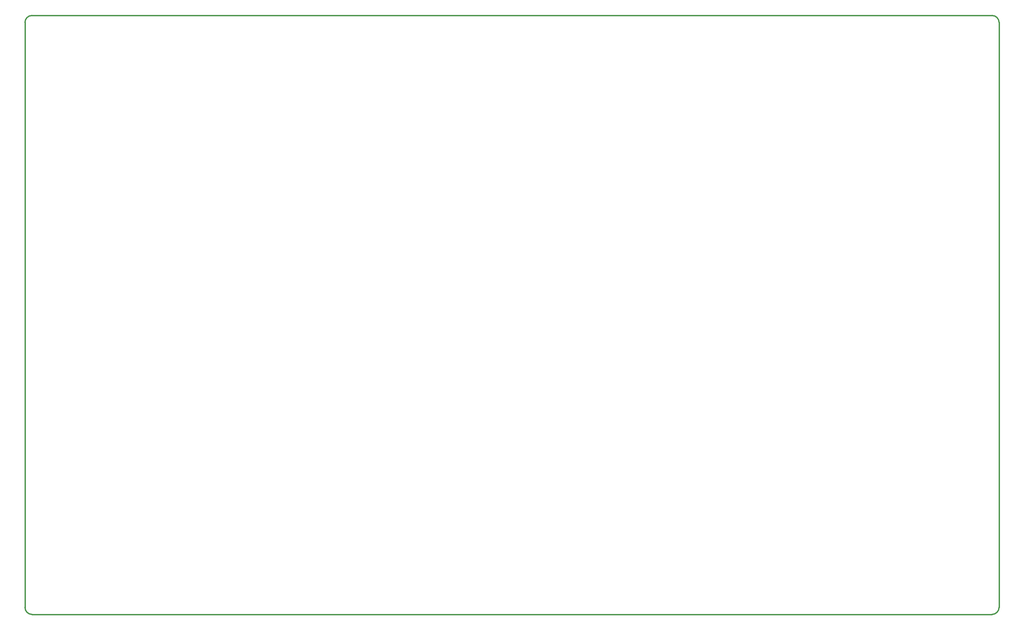
<source format=gm1>
G04 #@! TF.GenerationSoftware,KiCad,Pcbnew,8.0.5*
G04 #@! TF.CreationDate,2024-09-20T21:49:53-04:00*
G04 #@! TF.ProjectId,ISA_PC104 Backplane,4953415f-5043-4313-9034-204261636b70,rev?*
G04 #@! TF.SameCoordinates,Original*
G04 #@! TF.FileFunction,Profile,NP*
%FSLAX46Y46*%
G04 Gerber Fmt 4.6, Leading zero omitted, Abs format (unit mm)*
G04 Created by KiCad (PCBNEW 8.0.5) date 2024-09-20 21:49:53*
%MOMM*%
%LPD*%
G01*
G04 APERTURE LIST*
G04 #@! TA.AperFunction,Profile*
%ADD10C,0.381000*%
G04 #@! TD*
G04 APERTURE END LIST*
D10*
X394030000Y-247354802D02*
G75*
G02*
X391804803Y-249582499I-2227700J2D01*
G01*
X391804803Y-249582468D02*
X87227667Y-249582469D01*
X85000000Y-61767667D02*
G75*
G02*
X87222478Y-59540006I2227700J-33D01*
G01*
X394030000Y-61770000D02*
X394030000Y-247354802D01*
X391802333Y-59542329D02*
G75*
G02*
X394029971Y-61770000I-33J-2227671D01*
G01*
X87227667Y-249582469D02*
G75*
G02*
X85000031Y-247354802I33J2227669D01*
G01*
X85000000Y-247354802D02*
X85000000Y-61767667D01*
X87222478Y-59540000D02*
X391802333Y-59542329D01*
M02*

</source>
